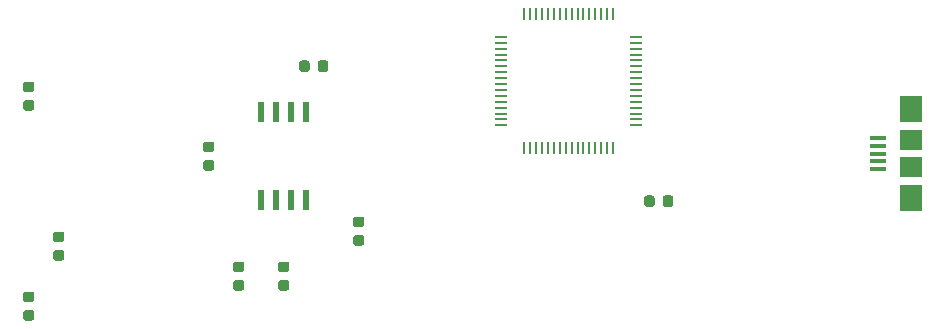
<source format=gtp>
G04 #@! TF.GenerationSoftware,KiCad,Pcbnew,(5.0.2)-1*
G04 #@! TF.CreationDate,2019-02-28T20:38:06-05:00*
G04 #@! TF.ProjectId,CEC01,43454330-312e-46b6-9963-61645f706362,v0.1*
G04 #@! TF.SameCoordinates,Original*
G04 #@! TF.FileFunction,Paste,Top*
G04 #@! TF.FilePolarity,Positive*
%FSLAX46Y46*%
G04 Gerber Fmt 4.6, Leading zero omitted, Abs format (unit mm)*
G04 Created by KiCad (PCBNEW (5.0.2)-1) date 2/28/2019 8:38:06 PM*
%MOMM*%
%LPD*%
G01*
G04 APERTURE LIST*
%ADD10C,0.100000*%
%ADD11C,0.875000*%
%ADD12R,1.400000X0.400000*%
%ADD13R,1.900000X2.300000*%
%ADD14R,1.900000X1.800000*%
%ADD15R,1.000000X0.250000*%
%ADD16R,0.250000X1.000000*%
%ADD17R,0.550000X1.750000*%
G04 APERTURE END LIST*
D10*
G04 #@! TO.C,C1*
G36*
X122197691Y-69896053D02*
X122218926Y-69899203D01*
X122239750Y-69904419D01*
X122259962Y-69911651D01*
X122279368Y-69920830D01*
X122297781Y-69931866D01*
X122315024Y-69944654D01*
X122330930Y-69959070D01*
X122345346Y-69974976D01*
X122358134Y-69992219D01*
X122369170Y-70010632D01*
X122378349Y-70030038D01*
X122385581Y-70050250D01*
X122390797Y-70071074D01*
X122393947Y-70092309D01*
X122395000Y-70113750D01*
X122395000Y-70551250D01*
X122393947Y-70572691D01*
X122390797Y-70593926D01*
X122385581Y-70614750D01*
X122378349Y-70634962D01*
X122369170Y-70654368D01*
X122358134Y-70672781D01*
X122345346Y-70690024D01*
X122330930Y-70705930D01*
X122315024Y-70720346D01*
X122297781Y-70733134D01*
X122279368Y-70744170D01*
X122259962Y-70753349D01*
X122239750Y-70760581D01*
X122218926Y-70765797D01*
X122197691Y-70768947D01*
X122176250Y-70770000D01*
X121663750Y-70770000D01*
X121642309Y-70768947D01*
X121621074Y-70765797D01*
X121600250Y-70760581D01*
X121580038Y-70753349D01*
X121560632Y-70744170D01*
X121542219Y-70733134D01*
X121524976Y-70720346D01*
X121509070Y-70705930D01*
X121494654Y-70690024D01*
X121481866Y-70672781D01*
X121470830Y-70654368D01*
X121461651Y-70634962D01*
X121454419Y-70614750D01*
X121449203Y-70593926D01*
X121446053Y-70572691D01*
X121445000Y-70551250D01*
X121445000Y-70113750D01*
X121446053Y-70092309D01*
X121449203Y-70071074D01*
X121454419Y-70050250D01*
X121461651Y-70030038D01*
X121470830Y-70010632D01*
X121481866Y-69992219D01*
X121494654Y-69974976D01*
X121509070Y-69959070D01*
X121524976Y-69944654D01*
X121542219Y-69931866D01*
X121560632Y-69920830D01*
X121580038Y-69911651D01*
X121600250Y-69904419D01*
X121621074Y-69899203D01*
X121642309Y-69896053D01*
X121663750Y-69895000D01*
X122176250Y-69895000D01*
X122197691Y-69896053D01*
X122197691Y-69896053D01*
G37*
D11*
X121920000Y-70332500D03*
D10*
G36*
X122197691Y-71471053D02*
X122218926Y-71474203D01*
X122239750Y-71479419D01*
X122259962Y-71486651D01*
X122279368Y-71495830D01*
X122297781Y-71506866D01*
X122315024Y-71519654D01*
X122330930Y-71534070D01*
X122345346Y-71549976D01*
X122358134Y-71567219D01*
X122369170Y-71585632D01*
X122378349Y-71605038D01*
X122385581Y-71625250D01*
X122390797Y-71646074D01*
X122393947Y-71667309D01*
X122395000Y-71688750D01*
X122395000Y-72126250D01*
X122393947Y-72147691D01*
X122390797Y-72168926D01*
X122385581Y-72189750D01*
X122378349Y-72209962D01*
X122369170Y-72229368D01*
X122358134Y-72247781D01*
X122345346Y-72265024D01*
X122330930Y-72280930D01*
X122315024Y-72295346D01*
X122297781Y-72308134D01*
X122279368Y-72319170D01*
X122259962Y-72328349D01*
X122239750Y-72335581D01*
X122218926Y-72340797D01*
X122197691Y-72343947D01*
X122176250Y-72345000D01*
X121663750Y-72345000D01*
X121642309Y-72343947D01*
X121621074Y-72340797D01*
X121600250Y-72335581D01*
X121580038Y-72328349D01*
X121560632Y-72319170D01*
X121542219Y-72308134D01*
X121524976Y-72295346D01*
X121509070Y-72280930D01*
X121494654Y-72265024D01*
X121481866Y-72247781D01*
X121470830Y-72229368D01*
X121461651Y-72209962D01*
X121454419Y-72189750D01*
X121449203Y-72168926D01*
X121446053Y-72147691D01*
X121445000Y-72126250D01*
X121445000Y-71688750D01*
X121446053Y-71667309D01*
X121449203Y-71646074D01*
X121454419Y-71625250D01*
X121461651Y-71605038D01*
X121470830Y-71585632D01*
X121481866Y-71567219D01*
X121494654Y-71549976D01*
X121509070Y-71534070D01*
X121524976Y-71519654D01*
X121542219Y-71506866D01*
X121560632Y-71495830D01*
X121580038Y-71486651D01*
X121600250Y-71479419D01*
X121621074Y-71474203D01*
X121642309Y-71471053D01*
X121663750Y-71470000D01*
X122176250Y-71470000D01*
X122197691Y-71471053D01*
X122197691Y-71471053D01*
G37*
D11*
X121920000Y-71907500D03*
G04 #@! TD*
D10*
G04 #@! TO.C,C2*
G36*
X128547691Y-81631053D02*
X128568926Y-81634203D01*
X128589750Y-81639419D01*
X128609962Y-81646651D01*
X128629368Y-81655830D01*
X128647781Y-81666866D01*
X128665024Y-81679654D01*
X128680930Y-81694070D01*
X128695346Y-81709976D01*
X128708134Y-81727219D01*
X128719170Y-81745632D01*
X128728349Y-81765038D01*
X128735581Y-81785250D01*
X128740797Y-81806074D01*
X128743947Y-81827309D01*
X128745000Y-81848750D01*
X128745000Y-82286250D01*
X128743947Y-82307691D01*
X128740797Y-82328926D01*
X128735581Y-82349750D01*
X128728349Y-82369962D01*
X128719170Y-82389368D01*
X128708134Y-82407781D01*
X128695346Y-82425024D01*
X128680930Y-82440930D01*
X128665024Y-82455346D01*
X128647781Y-82468134D01*
X128629368Y-82479170D01*
X128609962Y-82488349D01*
X128589750Y-82495581D01*
X128568926Y-82500797D01*
X128547691Y-82503947D01*
X128526250Y-82505000D01*
X128013750Y-82505000D01*
X127992309Y-82503947D01*
X127971074Y-82500797D01*
X127950250Y-82495581D01*
X127930038Y-82488349D01*
X127910632Y-82479170D01*
X127892219Y-82468134D01*
X127874976Y-82455346D01*
X127859070Y-82440930D01*
X127844654Y-82425024D01*
X127831866Y-82407781D01*
X127820830Y-82389368D01*
X127811651Y-82369962D01*
X127804419Y-82349750D01*
X127799203Y-82328926D01*
X127796053Y-82307691D01*
X127795000Y-82286250D01*
X127795000Y-81848750D01*
X127796053Y-81827309D01*
X127799203Y-81806074D01*
X127804419Y-81785250D01*
X127811651Y-81765038D01*
X127820830Y-81745632D01*
X127831866Y-81727219D01*
X127844654Y-81709976D01*
X127859070Y-81694070D01*
X127874976Y-81679654D01*
X127892219Y-81666866D01*
X127910632Y-81655830D01*
X127930038Y-81646651D01*
X127950250Y-81639419D01*
X127971074Y-81634203D01*
X127992309Y-81631053D01*
X128013750Y-81630000D01*
X128526250Y-81630000D01*
X128547691Y-81631053D01*
X128547691Y-81631053D01*
G37*
D11*
X128270000Y-82067500D03*
D10*
G36*
X128547691Y-80056053D02*
X128568926Y-80059203D01*
X128589750Y-80064419D01*
X128609962Y-80071651D01*
X128629368Y-80080830D01*
X128647781Y-80091866D01*
X128665024Y-80104654D01*
X128680930Y-80119070D01*
X128695346Y-80134976D01*
X128708134Y-80152219D01*
X128719170Y-80170632D01*
X128728349Y-80190038D01*
X128735581Y-80210250D01*
X128740797Y-80231074D01*
X128743947Y-80252309D01*
X128745000Y-80273750D01*
X128745000Y-80711250D01*
X128743947Y-80732691D01*
X128740797Y-80753926D01*
X128735581Y-80774750D01*
X128728349Y-80794962D01*
X128719170Y-80814368D01*
X128708134Y-80832781D01*
X128695346Y-80850024D01*
X128680930Y-80865930D01*
X128665024Y-80880346D01*
X128647781Y-80893134D01*
X128629368Y-80904170D01*
X128609962Y-80913349D01*
X128589750Y-80920581D01*
X128568926Y-80925797D01*
X128547691Y-80928947D01*
X128526250Y-80930000D01*
X128013750Y-80930000D01*
X127992309Y-80928947D01*
X127971074Y-80925797D01*
X127950250Y-80920581D01*
X127930038Y-80913349D01*
X127910632Y-80904170D01*
X127892219Y-80893134D01*
X127874976Y-80880346D01*
X127859070Y-80865930D01*
X127844654Y-80850024D01*
X127831866Y-80832781D01*
X127820830Y-80814368D01*
X127811651Y-80794962D01*
X127804419Y-80774750D01*
X127799203Y-80753926D01*
X127796053Y-80732691D01*
X127795000Y-80711250D01*
X127795000Y-80273750D01*
X127796053Y-80252309D01*
X127799203Y-80231074D01*
X127804419Y-80210250D01*
X127811651Y-80190038D01*
X127820830Y-80170632D01*
X127831866Y-80152219D01*
X127844654Y-80134976D01*
X127859070Y-80119070D01*
X127874976Y-80104654D01*
X127892219Y-80091866D01*
X127910632Y-80080830D01*
X127930038Y-80071651D01*
X127950250Y-80064419D01*
X127971074Y-80059203D01*
X127992309Y-80056053D01*
X128013750Y-80055000D01*
X128526250Y-80055000D01*
X128547691Y-80056053D01*
X128547691Y-80056053D01*
G37*
D11*
X128270000Y-80492500D03*
G04 #@! TD*
D10*
G04 #@! TO.C,C3*
G36*
X124737691Y-80056053D02*
X124758926Y-80059203D01*
X124779750Y-80064419D01*
X124799962Y-80071651D01*
X124819368Y-80080830D01*
X124837781Y-80091866D01*
X124855024Y-80104654D01*
X124870930Y-80119070D01*
X124885346Y-80134976D01*
X124898134Y-80152219D01*
X124909170Y-80170632D01*
X124918349Y-80190038D01*
X124925581Y-80210250D01*
X124930797Y-80231074D01*
X124933947Y-80252309D01*
X124935000Y-80273750D01*
X124935000Y-80711250D01*
X124933947Y-80732691D01*
X124930797Y-80753926D01*
X124925581Y-80774750D01*
X124918349Y-80794962D01*
X124909170Y-80814368D01*
X124898134Y-80832781D01*
X124885346Y-80850024D01*
X124870930Y-80865930D01*
X124855024Y-80880346D01*
X124837781Y-80893134D01*
X124819368Y-80904170D01*
X124799962Y-80913349D01*
X124779750Y-80920581D01*
X124758926Y-80925797D01*
X124737691Y-80928947D01*
X124716250Y-80930000D01*
X124203750Y-80930000D01*
X124182309Y-80928947D01*
X124161074Y-80925797D01*
X124140250Y-80920581D01*
X124120038Y-80913349D01*
X124100632Y-80904170D01*
X124082219Y-80893134D01*
X124064976Y-80880346D01*
X124049070Y-80865930D01*
X124034654Y-80850024D01*
X124021866Y-80832781D01*
X124010830Y-80814368D01*
X124001651Y-80794962D01*
X123994419Y-80774750D01*
X123989203Y-80753926D01*
X123986053Y-80732691D01*
X123985000Y-80711250D01*
X123985000Y-80273750D01*
X123986053Y-80252309D01*
X123989203Y-80231074D01*
X123994419Y-80210250D01*
X124001651Y-80190038D01*
X124010830Y-80170632D01*
X124021866Y-80152219D01*
X124034654Y-80134976D01*
X124049070Y-80119070D01*
X124064976Y-80104654D01*
X124082219Y-80091866D01*
X124100632Y-80080830D01*
X124120038Y-80071651D01*
X124140250Y-80064419D01*
X124161074Y-80059203D01*
X124182309Y-80056053D01*
X124203750Y-80055000D01*
X124716250Y-80055000D01*
X124737691Y-80056053D01*
X124737691Y-80056053D01*
G37*
D11*
X124460000Y-80492500D03*
D10*
G36*
X124737691Y-81631053D02*
X124758926Y-81634203D01*
X124779750Y-81639419D01*
X124799962Y-81646651D01*
X124819368Y-81655830D01*
X124837781Y-81666866D01*
X124855024Y-81679654D01*
X124870930Y-81694070D01*
X124885346Y-81709976D01*
X124898134Y-81727219D01*
X124909170Y-81745632D01*
X124918349Y-81765038D01*
X124925581Y-81785250D01*
X124930797Y-81806074D01*
X124933947Y-81827309D01*
X124935000Y-81848750D01*
X124935000Y-82286250D01*
X124933947Y-82307691D01*
X124930797Y-82328926D01*
X124925581Y-82349750D01*
X124918349Y-82369962D01*
X124909170Y-82389368D01*
X124898134Y-82407781D01*
X124885346Y-82425024D01*
X124870930Y-82440930D01*
X124855024Y-82455346D01*
X124837781Y-82468134D01*
X124819368Y-82479170D01*
X124799962Y-82488349D01*
X124779750Y-82495581D01*
X124758926Y-82500797D01*
X124737691Y-82503947D01*
X124716250Y-82505000D01*
X124203750Y-82505000D01*
X124182309Y-82503947D01*
X124161074Y-82500797D01*
X124140250Y-82495581D01*
X124120038Y-82488349D01*
X124100632Y-82479170D01*
X124082219Y-82468134D01*
X124064976Y-82455346D01*
X124049070Y-82440930D01*
X124034654Y-82425024D01*
X124021866Y-82407781D01*
X124010830Y-82389368D01*
X124001651Y-82369962D01*
X123994419Y-82349750D01*
X123989203Y-82328926D01*
X123986053Y-82307691D01*
X123985000Y-82286250D01*
X123985000Y-81848750D01*
X123986053Y-81827309D01*
X123989203Y-81806074D01*
X123994419Y-81785250D01*
X124001651Y-81765038D01*
X124010830Y-81745632D01*
X124021866Y-81727219D01*
X124034654Y-81709976D01*
X124049070Y-81694070D01*
X124064976Y-81679654D01*
X124082219Y-81666866D01*
X124100632Y-81655830D01*
X124120038Y-81646651D01*
X124140250Y-81639419D01*
X124161074Y-81634203D01*
X124182309Y-81631053D01*
X124203750Y-81630000D01*
X124716250Y-81630000D01*
X124737691Y-81631053D01*
X124737691Y-81631053D01*
G37*
D11*
X124460000Y-82067500D03*
G04 #@! TD*
D10*
G04 #@! TO.C,C4*
G36*
X131837691Y-63026053D02*
X131858926Y-63029203D01*
X131879750Y-63034419D01*
X131899962Y-63041651D01*
X131919368Y-63050830D01*
X131937781Y-63061866D01*
X131955024Y-63074654D01*
X131970930Y-63089070D01*
X131985346Y-63104976D01*
X131998134Y-63122219D01*
X132009170Y-63140632D01*
X132018349Y-63160038D01*
X132025581Y-63180250D01*
X132030797Y-63201074D01*
X132033947Y-63222309D01*
X132035000Y-63243750D01*
X132035000Y-63756250D01*
X132033947Y-63777691D01*
X132030797Y-63798926D01*
X132025581Y-63819750D01*
X132018349Y-63839962D01*
X132009170Y-63859368D01*
X131998134Y-63877781D01*
X131985346Y-63895024D01*
X131970930Y-63910930D01*
X131955024Y-63925346D01*
X131937781Y-63938134D01*
X131919368Y-63949170D01*
X131899962Y-63958349D01*
X131879750Y-63965581D01*
X131858926Y-63970797D01*
X131837691Y-63973947D01*
X131816250Y-63975000D01*
X131378750Y-63975000D01*
X131357309Y-63973947D01*
X131336074Y-63970797D01*
X131315250Y-63965581D01*
X131295038Y-63958349D01*
X131275632Y-63949170D01*
X131257219Y-63938134D01*
X131239976Y-63925346D01*
X131224070Y-63910930D01*
X131209654Y-63895024D01*
X131196866Y-63877781D01*
X131185830Y-63859368D01*
X131176651Y-63839962D01*
X131169419Y-63819750D01*
X131164203Y-63798926D01*
X131161053Y-63777691D01*
X131160000Y-63756250D01*
X131160000Y-63243750D01*
X131161053Y-63222309D01*
X131164203Y-63201074D01*
X131169419Y-63180250D01*
X131176651Y-63160038D01*
X131185830Y-63140632D01*
X131196866Y-63122219D01*
X131209654Y-63104976D01*
X131224070Y-63089070D01*
X131239976Y-63074654D01*
X131257219Y-63061866D01*
X131275632Y-63050830D01*
X131295038Y-63041651D01*
X131315250Y-63034419D01*
X131336074Y-63029203D01*
X131357309Y-63026053D01*
X131378750Y-63025000D01*
X131816250Y-63025000D01*
X131837691Y-63026053D01*
X131837691Y-63026053D01*
G37*
D11*
X131597500Y-63500000D03*
D10*
G36*
X130262691Y-63026053D02*
X130283926Y-63029203D01*
X130304750Y-63034419D01*
X130324962Y-63041651D01*
X130344368Y-63050830D01*
X130362781Y-63061866D01*
X130380024Y-63074654D01*
X130395930Y-63089070D01*
X130410346Y-63104976D01*
X130423134Y-63122219D01*
X130434170Y-63140632D01*
X130443349Y-63160038D01*
X130450581Y-63180250D01*
X130455797Y-63201074D01*
X130458947Y-63222309D01*
X130460000Y-63243750D01*
X130460000Y-63756250D01*
X130458947Y-63777691D01*
X130455797Y-63798926D01*
X130450581Y-63819750D01*
X130443349Y-63839962D01*
X130434170Y-63859368D01*
X130423134Y-63877781D01*
X130410346Y-63895024D01*
X130395930Y-63910930D01*
X130380024Y-63925346D01*
X130362781Y-63938134D01*
X130344368Y-63949170D01*
X130324962Y-63958349D01*
X130304750Y-63965581D01*
X130283926Y-63970797D01*
X130262691Y-63973947D01*
X130241250Y-63975000D01*
X129803750Y-63975000D01*
X129782309Y-63973947D01*
X129761074Y-63970797D01*
X129740250Y-63965581D01*
X129720038Y-63958349D01*
X129700632Y-63949170D01*
X129682219Y-63938134D01*
X129664976Y-63925346D01*
X129649070Y-63910930D01*
X129634654Y-63895024D01*
X129621866Y-63877781D01*
X129610830Y-63859368D01*
X129601651Y-63839962D01*
X129594419Y-63819750D01*
X129589203Y-63798926D01*
X129586053Y-63777691D01*
X129585000Y-63756250D01*
X129585000Y-63243750D01*
X129586053Y-63222309D01*
X129589203Y-63201074D01*
X129594419Y-63180250D01*
X129601651Y-63160038D01*
X129610830Y-63140632D01*
X129621866Y-63122219D01*
X129634654Y-63104976D01*
X129649070Y-63089070D01*
X129664976Y-63074654D01*
X129682219Y-63061866D01*
X129700632Y-63050830D01*
X129720038Y-63041651D01*
X129740250Y-63034419D01*
X129761074Y-63029203D01*
X129782309Y-63026053D01*
X129803750Y-63025000D01*
X130241250Y-63025000D01*
X130262691Y-63026053D01*
X130262691Y-63026053D01*
G37*
D11*
X130022500Y-63500000D03*
G04 #@! TD*
D10*
G04 #@! TO.C,C5*
G36*
X161047691Y-74456053D02*
X161068926Y-74459203D01*
X161089750Y-74464419D01*
X161109962Y-74471651D01*
X161129368Y-74480830D01*
X161147781Y-74491866D01*
X161165024Y-74504654D01*
X161180930Y-74519070D01*
X161195346Y-74534976D01*
X161208134Y-74552219D01*
X161219170Y-74570632D01*
X161228349Y-74590038D01*
X161235581Y-74610250D01*
X161240797Y-74631074D01*
X161243947Y-74652309D01*
X161245000Y-74673750D01*
X161245000Y-75186250D01*
X161243947Y-75207691D01*
X161240797Y-75228926D01*
X161235581Y-75249750D01*
X161228349Y-75269962D01*
X161219170Y-75289368D01*
X161208134Y-75307781D01*
X161195346Y-75325024D01*
X161180930Y-75340930D01*
X161165024Y-75355346D01*
X161147781Y-75368134D01*
X161129368Y-75379170D01*
X161109962Y-75388349D01*
X161089750Y-75395581D01*
X161068926Y-75400797D01*
X161047691Y-75403947D01*
X161026250Y-75405000D01*
X160588750Y-75405000D01*
X160567309Y-75403947D01*
X160546074Y-75400797D01*
X160525250Y-75395581D01*
X160505038Y-75388349D01*
X160485632Y-75379170D01*
X160467219Y-75368134D01*
X160449976Y-75355346D01*
X160434070Y-75340930D01*
X160419654Y-75325024D01*
X160406866Y-75307781D01*
X160395830Y-75289368D01*
X160386651Y-75269962D01*
X160379419Y-75249750D01*
X160374203Y-75228926D01*
X160371053Y-75207691D01*
X160370000Y-75186250D01*
X160370000Y-74673750D01*
X160371053Y-74652309D01*
X160374203Y-74631074D01*
X160379419Y-74610250D01*
X160386651Y-74590038D01*
X160395830Y-74570632D01*
X160406866Y-74552219D01*
X160419654Y-74534976D01*
X160434070Y-74519070D01*
X160449976Y-74504654D01*
X160467219Y-74491866D01*
X160485632Y-74480830D01*
X160505038Y-74471651D01*
X160525250Y-74464419D01*
X160546074Y-74459203D01*
X160567309Y-74456053D01*
X160588750Y-74455000D01*
X161026250Y-74455000D01*
X161047691Y-74456053D01*
X161047691Y-74456053D01*
G37*
D11*
X160807500Y-74930000D03*
D10*
G36*
X159472691Y-74456053D02*
X159493926Y-74459203D01*
X159514750Y-74464419D01*
X159534962Y-74471651D01*
X159554368Y-74480830D01*
X159572781Y-74491866D01*
X159590024Y-74504654D01*
X159605930Y-74519070D01*
X159620346Y-74534976D01*
X159633134Y-74552219D01*
X159644170Y-74570632D01*
X159653349Y-74590038D01*
X159660581Y-74610250D01*
X159665797Y-74631074D01*
X159668947Y-74652309D01*
X159670000Y-74673750D01*
X159670000Y-75186250D01*
X159668947Y-75207691D01*
X159665797Y-75228926D01*
X159660581Y-75249750D01*
X159653349Y-75269962D01*
X159644170Y-75289368D01*
X159633134Y-75307781D01*
X159620346Y-75325024D01*
X159605930Y-75340930D01*
X159590024Y-75355346D01*
X159572781Y-75368134D01*
X159554368Y-75379170D01*
X159534962Y-75388349D01*
X159514750Y-75395581D01*
X159493926Y-75400797D01*
X159472691Y-75403947D01*
X159451250Y-75405000D01*
X159013750Y-75405000D01*
X158992309Y-75403947D01*
X158971074Y-75400797D01*
X158950250Y-75395581D01*
X158930038Y-75388349D01*
X158910632Y-75379170D01*
X158892219Y-75368134D01*
X158874976Y-75355346D01*
X158859070Y-75340930D01*
X158844654Y-75325024D01*
X158831866Y-75307781D01*
X158820830Y-75289368D01*
X158811651Y-75269962D01*
X158804419Y-75249750D01*
X158799203Y-75228926D01*
X158796053Y-75207691D01*
X158795000Y-75186250D01*
X158795000Y-74673750D01*
X158796053Y-74652309D01*
X158799203Y-74631074D01*
X158804419Y-74610250D01*
X158811651Y-74590038D01*
X158820830Y-74570632D01*
X158831866Y-74552219D01*
X158844654Y-74534976D01*
X158859070Y-74519070D01*
X158874976Y-74504654D01*
X158892219Y-74491866D01*
X158910632Y-74480830D01*
X158930038Y-74471651D01*
X158950250Y-74464419D01*
X158971074Y-74459203D01*
X158992309Y-74456053D01*
X159013750Y-74455000D01*
X159451250Y-74455000D01*
X159472691Y-74456053D01*
X159472691Y-74456053D01*
G37*
D11*
X159232500Y-74930000D03*
G04 #@! TD*
D10*
G04 #@! TO.C,C6*
G36*
X134897691Y-76246053D02*
X134918926Y-76249203D01*
X134939750Y-76254419D01*
X134959962Y-76261651D01*
X134979368Y-76270830D01*
X134997781Y-76281866D01*
X135015024Y-76294654D01*
X135030930Y-76309070D01*
X135045346Y-76324976D01*
X135058134Y-76342219D01*
X135069170Y-76360632D01*
X135078349Y-76380038D01*
X135085581Y-76400250D01*
X135090797Y-76421074D01*
X135093947Y-76442309D01*
X135095000Y-76463750D01*
X135095000Y-76901250D01*
X135093947Y-76922691D01*
X135090797Y-76943926D01*
X135085581Y-76964750D01*
X135078349Y-76984962D01*
X135069170Y-77004368D01*
X135058134Y-77022781D01*
X135045346Y-77040024D01*
X135030930Y-77055930D01*
X135015024Y-77070346D01*
X134997781Y-77083134D01*
X134979368Y-77094170D01*
X134959962Y-77103349D01*
X134939750Y-77110581D01*
X134918926Y-77115797D01*
X134897691Y-77118947D01*
X134876250Y-77120000D01*
X134363750Y-77120000D01*
X134342309Y-77118947D01*
X134321074Y-77115797D01*
X134300250Y-77110581D01*
X134280038Y-77103349D01*
X134260632Y-77094170D01*
X134242219Y-77083134D01*
X134224976Y-77070346D01*
X134209070Y-77055930D01*
X134194654Y-77040024D01*
X134181866Y-77022781D01*
X134170830Y-77004368D01*
X134161651Y-76984962D01*
X134154419Y-76964750D01*
X134149203Y-76943926D01*
X134146053Y-76922691D01*
X134145000Y-76901250D01*
X134145000Y-76463750D01*
X134146053Y-76442309D01*
X134149203Y-76421074D01*
X134154419Y-76400250D01*
X134161651Y-76380038D01*
X134170830Y-76360632D01*
X134181866Y-76342219D01*
X134194654Y-76324976D01*
X134209070Y-76309070D01*
X134224976Y-76294654D01*
X134242219Y-76281866D01*
X134260632Y-76270830D01*
X134280038Y-76261651D01*
X134300250Y-76254419D01*
X134321074Y-76249203D01*
X134342309Y-76246053D01*
X134363750Y-76245000D01*
X134876250Y-76245000D01*
X134897691Y-76246053D01*
X134897691Y-76246053D01*
G37*
D11*
X134620000Y-76682500D03*
D10*
G36*
X134897691Y-77821053D02*
X134918926Y-77824203D01*
X134939750Y-77829419D01*
X134959962Y-77836651D01*
X134979368Y-77845830D01*
X134997781Y-77856866D01*
X135015024Y-77869654D01*
X135030930Y-77884070D01*
X135045346Y-77899976D01*
X135058134Y-77917219D01*
X135069170Y-77935632D01*
X135078349Y-77955038D01*
X135085581Y-77975250D01*
X135090797Y-77996074D01*
X135093947Y-78017309D01*
X135095000Y-78038750D01*
X135095000Y-78476250D01*
X135093947Y-78497691D01*
X135090797Y-78518926D01*
X135085581Y-78539750D01*
X135078349Y-78559962D01*
X135069170Y-78579368D01*
X135058134Y-78597781D01*
X135045346Y-78615024D01*
X135030930Y-78630930D01*
X135015024Y-78645346D01*
X134997781Y-78658134D01*
X134979368Y-78669170D01*
X134959962Y-78678349D01*
X134939750Y-78685581D01*
X134918926Y-78690797D01*
X134897691Y-78693947D01*
X134876250Y-78695000D01*
X134363750Y-78695000D01*
X134342309Y-78693947D01*
X134321074Y-78690797D01*
X134300250Y-78685581D01*
X134280038Y-78678349D01*
X134260632Y-78669170D01*
X134242219Y-78658134D01*
X134224976Y-78645346D01*
X134209070Y-78630930D01*
X134194654Y-78615024D01*
X134181866Y-78597781D01*
X134170830Y-78579368D01*
X134161651Y-78559962D01*
X134154419Y-78539750D01*
X134149203Y-78518926D01*
X134146053Y-78497691D01*
X134145000Y-78476250D01*
X134145000Y-78038750D01*
X134146053Y-78017309D01*
X134149203Y-77996074D01*
X134154419Y-77975250D01*
X134161651Y-77955038D01*
X134170830Y-77935632D01*
X134181866Y-77917219D01*
X134194654Y-77899976D01*
X134209070Y-77884070D01*
X134224976Y-77869654D01*
X134242219Y-77856866D01*
X134260632Y-77845830D01*
X134280038Y-77836651D01*
X134300250Y-77829419D01*
X134321074Y-77824203D01*
X134342309Y-77821053D01*
X134363750Y-77820000D01*
X134876250Y-77820000D01*
X134897691Y-77821053D01*
X134897691Y-77821053D01*
G37*
D11*
X134620000Y-78257500D03*
G04 #@! TD*
D12*
G04 #@! TO.C,J1*
X178550000Y-72200000D03*
X178550000Y-71550000D03*
X178550000Y-70900000D03*
X178550000Y-70250000D03*
X178550000Y-69600000D03*
D13*
X181400000Y-74650000D03*
X181400000Y-67150000D03*
D14*
X181400000Y-72050000D03*
X181400000Y-69750000D03*
G04 #@! TD*
D10*
G04 #@! TO.C,R1*
G36*
X106957691Y-64816053D02*
X106978926Y-64819203D01*
X106999750Y-64824419D01*
X107019962Y-64831651D01*
X107039368Y-64840830D01*
X107057781Y-64851866D01*
X107075024Y-64864654D01*
X107090930Y-64879070D01*
X107105346Y-64894976D01*
X107118134Y-64912219D01*
X107129170Y-64930632D01*
X107138349Y-64950038D01*
X107145581Y-64970250D01*
X107150797Y-64991074D01*
X107153947Y-65012309D01*
X107155000Y-65033750D01*
X107155000Y-65471250D01*
X107153947Y-65492691D01*
X107150797Y-65513926D01*
X107145581Y-65534750D01*
X107138349Y-65554962D01*
X107129170Y-65574368D01*
X107118134Y-65592781D01*
X107105346Y-65610024D01*
X107090930Y-65625930D01*
X107075024Y-65640346D01*
X107057781Y-65653134D01*
X107039368Y-65664170D01*
X107019962Y-65673349D01*
X106999750Y-65680581D01*
X106978926Y-65685797D01*
X106957691Y-65688947D01*
X106936250Y-65690000D01*
X106423750Y-65690000D01*
X106402309Y-65688947D01*
X106381074Y-65685797D01*
X106360250Y-65680581D01*
X106340038Y-65673349D01*
X106320632Y-65664170D01*
X106302219Y-65653134D01*
X106284976Y-65640346D01*
X106269070Y-65625930D01*
X106254654Y-65610024D01*
X106241866Y-65592781D01*
X106230830Y-65574368D01*
X106221651Y-65554962D01*
X106214419Y-65534750D01*
X106209203Y-65513926D01*
X106206053Y-65492691D01*
X106205000Y-65471250D01*
X106205000Y-65033750D01*
X106206053Y-65012309D01*
X106209203Y-64991074D01*
X106214419Y-64970250D01*
X106221651Y-64950038D01*
X106230830Y-64930632D01*
X106241866Y-64912219D01*
X106254654Y-64894976D01*
X106269070Y-64879070D01*
X106284976Y-64864654D01*
X106302219Y-64851866D01*
X106320632Y-64840830D01*
X106340038Y-64831651D01*
X106360250Y-64824419D01*
X106381074Y-64819203D01*
X106402309Y-64816053D01*
X106423750Y-64815000D01*
X106936250Y-64815000D01*
X106957691Y-64816053D01*
X106957691Y-64816053D01*
G37*
D11*
X106680000Y-65252500D03*
D10*
G36*
X106957691Y-66391053D02*
X106978926Y-66394203D01*
X106999750Y-66399419D01*
X107019962Y-66406651D01*
X107039368Y-66415830D01*
X107057781Y-66426866D01*
X107075024Y-66439654D01*
X107090930Y-66454070D01*
X107105346Y-66469976D01*
X107118134Y-66487219D01*
X107129170Y-66505632D01*
X107138349Y-66525038D01*
X107145581Y-66545250D01*
X107150797Y-66566074D01*
X107153947Y-66587309D01*
X107155000Y-66608750D01*
X107155000Y-67046250D01*
X107153947Y-67067691D01*
X107150797Y-67088926D01*
X107145581Y-67109750D01*
X107138349Y-67129962D01*
X107129170Y-67149368D01*
X107118134Y-67167781D01*
X107105346Y-67185024D01*
X107090930Y-67200930D01*
X107075024Y-67215346D01*
X107057781Y-67228134D01*
X107039368Y-67239170D01*
X107019962Y-67248349D01*
X106999750Y-67255581D01*
X106978926Y-67260797D01*
X106957691Y-67263947D01*
X106936250Y-67265000D01*
X106423750Y-67265000D01*
X106402309Y-67263947D01*
X106381074Y-67260797D01*
X106360250Y-67255581D01*
X106340038Y-67248349D01*
X106320632Y-67239170D01*
X106302219Y-67228134D01*
X106284976Y-67215346D01*
X106269070Y-67200930D01*
X106254654Y-67185024D01*
X106241866Y-67167781D01*
X106230830Y-67149368D01*
X106221651Y-67129962D01*
X106214419Y-67109750D01*
X106209203Y-67088926D01*
X106206053Y-67067691D01*
X106205000Y-67046250D01*
X106205000Y-66608750D01*
X106206053Y-66587309D01*
X106209203Y-66566074D01*
X106214419Y-66545250D01*
X106221651Y-66525038D01*
X106230830Y-66505632D01*
X106241866Y-66487219D01*
X106254654Y-66469976D01*
X106269070Y-66454070D01*
X106284976Y-66439654D01*
X106302219Y-66426866D01*
X106320632Y-66415830D01*
X106340038Y-66406651D01*
X106360250Y-66399419D01*
X106381074Y-66394203D01*
X106402309Y-66391053D01*
X106423750Y-66390000D01*
X106936250Y-66390000D01*
X106957691Y-66391053D01*
X106957691Y-66391053D01*
G37*
D11*
X106680000Y-66827500D03*
G04 #@! TD*
D10*
G04 #@! TO.C,R2*
G36*
X109497691Y-77516053D02*
X109518926Y-77519203D01*
X109539750Y-77524419D01*
X109559962Y-77531651D01*
X109579368Y-77540830D01*
X109597781Y-77551866D01*
X109615024Y-77564654D01*
X109630930Y-77579070D01*
X109645346Y-77594976D01*
X109658134Y-77612219D01*
X109669170Y-77630632D01*
X109678349Y-77650038D01*
X109685581Y-77670250D01*
X109690797Y-77691074D01*
X109693947Y-77712309D01*
X109695000Y-77733750D01*
X109695000Y-78171250D01*
X109693947Y-78192691D01*
X109690797Y-78213926D01*
X109685581Y-78234750D01*
X109678349Y-78254962D01*
X109669170Y-78274368D01*
X109658134Y-78292781D01*
X109645346Y-78310024D01*
X109630930Y-78325930D01*
X109615024Y-78340346D01*
X109597781Y-78353134D01*
X109579368Y-78364170D01*
X109559962Y-78373349D01*
X109539750Y-78380581D01*
X109518926Y-78385797D01*
X109497691Y-78388947D01*
X109476250Y-78390000D01*
X108963750Y-78390000D01*
X108942309Y-78388947D01*
X108921074Y-78385797D01*
X108900250Y-78380581D01*
X108880038Y-78373349D01*
X108860632Y-78364170D01*
X108842219Y-78353134D01*
X108824976Y-78340346D01*
X108809070Y-78325930D01*
X108794654Y-78310024D01*
X108781866Y-78292781D01*
X108770830Y-78274368D01*
X108761651Y-78254962D01*
X108754419Y-78234750D01*
X108749203Y-78213926D01*
X108746053Y-78192691D01*
X108745000Y-78171250D01*
X108745000Y-77733750D01*
X108746053Y-77712309D01*
X108749203Y-77691074D01*
X108754419Y-77670250D01*
X108761651Y-77650038D01*
X108770830Y-77630632D01*
X108781866Y-77612219D01*
X108794654Y-77594976D01*
X108809070Y-77579070D01*
X108824976Y-77564654D01*
X108842219Y-77551866D01*
X108860632Y-77540830D01*
X108880038Y-77531651D01*
X108900250Y-77524419D01*
X108921074Y-77519203D01*
X108942309Y-77516053D01*
X108963750Y-77515000D01*
X109476250Y-77515000D01*
X109497691Y-77516053D01*
X109497691Y-77516053D01*
G37*
D11*
X109220000Y-77952500D03*
D10*
G36*
X109497691Y-79091053D02*
X109518926Y-79094203D01*
X109539750Y-79099419D01*
X109559962Y-79106651D01*
X109579368Y-79115830D01*
X109597781Y-79126866D01*
X109615024Y-79139654D01*
X109630930Y-79154070D01*
X109645346Y-79169976D01*
X109658134Y-79187219D01*
X109669170Y-79205632D01*
X109678349Y-79225038D01*
X109685581Y-79245250D01*
X109690797Y-79266074D01*
X109693947Y-79287309D01*
X109695000Y-79308750D01*
X109695000Y-79746250D01*
X109693947Y-79767691D01*
X109690797Y-79788926D01*
X109685581Y-79809750D01*
X109678349Y-79829962D01*
X109669170Y-79849368D01*
X109658134Y-79867781D01*
X109645346Y-79885024D01*
X109630930Y-79900930D01*
X109615024Y-79915346D01*
X109597781Y-79928134D01*
X109579368Y-79939170D01*
X109559962Y-79948349D01*
X109539750Y-79955581D01*
X109518926Y-79960797D01*
X109497691Y-79963947D01*
X109476250Y-79965000D01*
X108963750Y-79965000D01*
X108942309Y-79963947D01*
X108921074Y-79960797D01*
X108900250Y-79955581D01*
X108880038Y-79948349D01*
X108860632Y-79939170D01*
X108842219Y-79928134D01*
X108824976Y-79915346D01*
X108809070Y-79900930D01*
X108794654Y-79885024D01*
X108781866Y-79867781D01*
X108770830Y-79849368D01*
X108761651Y-79829962D01*
X108754419Y-79809750D01*
X108749203Y-79788926D01*
X108746053Y-79767691D01*
X108745000Y-79746250D01*
X108745000Y-79308750D01*
X108746053Y-79287309D01*
X108749203Y-79266074D01*
X108754419Y-79245250D01*
X108761651Y-79225038D01*
X108770830Y-79205632D01*
X108781866Y-79187219D01*
X108794654Y-79169976D01*
X108809070Y-79154070D01*
X108824976Y-79139654D01*
X108842219Y-79126866D01*
X108860632Y-79115830D01*
X108880038Y-79106651D01*
X108900250Y-79099419D01*
X108921074Y-79094203D01*
X108942309Y-79091053D01*
X108963750Y-79090000D01*
X109476250Y-79090000D01*
X109497691Y-79091053D01*
X109497691Y-79091053D01*
G37*
D11*
X109220000Y-79527500D03*
G04 #@! TD*
D10*
G04 #@! TO.C,R3*
G36*
X106957691Y-84171053D02*
X106978926Y-84174203D01*
X106999750Y-84179419D01*
X107019962Y-84186651D01*
X107039368Y-84195830D01*
X107057781Y-84206866D01*
X107075024Y-84219654D01*
X107090930Y-84234070D01*
X107105346Y-84249976D01*
X107118134Y-84267219D01*
X107129170Y-84285632D01*
X107138349Y-84305038D01*
X107145581Y-84325250D01*
X107150797Y-84346074D01*
X107153947Y-84367309D01*
X107155000Y-84388750D01*
X107155000Y-84826250D01*
X107153947Y-84847691D01*
X107150797Y-84868926D01*
X107145581Y-84889750D01*
X107138349Y-84909962D01*
X107129170Y-84929368D01*
X107118134Y-84947781D01*
X107105346Y-84965024D01*
X107090930Y-84980930D01*
X107075024Y-84995346D01*
X107057781Y-85008134D01*
X107039368Y-85019170D01*
X107019962Y-85028349D01*
X106999750Y-85035581D01*
X106978926Y-85040797D01*
X106957691Y-85043947D01*
X106936250Y-85045000D01*
X106423750Y-85045000D01*
X106402309Y-85043947D01*
X106381074Y-85040797D01*
X106360250Y-85035581D01*
X106340038Y-85028349D01*
X106320632Y-85019170D01*
X106302219Y-85008134D01*
X106284976Y-84995346D01*
X106269070Y-84980930D01*
X106254654Y-84965024D01*
X106241866Y-84947781D01*
X106230830Y-84929368D01*
X106221651Y-84909962D01*
X106214419Y-84889750D01*
X106209203Y-84868926D01*
X106206053Y-84847691D01*
X106205000Y-84826250D01*
X106205000Y-84388750D01*
X106206053Y-84367309D01*
X106209203Y-84346074D01*
X106214419Y-84325250D01*
X106221651Y-84305038D01*
X106230830Y-84285632D01*
X106241866Y-84267219D01*
X106254654Y-84249976D01*
X106269070Y-84234070D01*
X106284976Y-84219654D01*
X106302219Y-84206866D01*
X106320632Y-84195830D01*
X106340038Y-84186651D01*
X106360250Y-84179419D01*
X106381074Y-84174203D01*
X106402309Y-84171053D01*
X106423750Y-84170000D01*
X106936250Y-84170000D01*
X106957691Y-84171053D01*
X106957691Y-84171053D01*
G37*
D11*
X106680000Y-84607500D03*
D10*
G36*
X106957691Y-82596053D02*
X106978926Y-82599203D01*
X106999750Y-82604419D01*
X107019962Y-82611651D01*
X107039368Y-82620830D01*
X107057781Y-82631866D01*
X107075024Y-82644654D01*
X107090930Y-82659070D01*
X107105346Y-82674976D01*
X107118134Y-82692219D01*
X107129170Y-82710632D01*
X107138349Y-82730038D01*
X107145581Y-82750250D01*
X107150797Y-82771074D01*
X107153947Y-82792309D01*
X107155000Y-82813750D01*
X107155000Y-83251250D01*
X107153947Y-83272691D01*
X107150797Y-83293926D01*
X107145581Y-83314750D01*
X107138349Y-83334962D01*
X107129170Y-83354368D01*
X107118134Y-83372781D01*
X107105346Y-83390024D01*
X107090930Y-83405930D01*
X107075024Y-83420346D01*
X107057781Y-83433134D01*
X107039368Y-83444170D01*
X107019962Y-83453349D01*
X106999750Y-83460581D01*
X106978926Y-83465797D01*
X106957691Y-83468947D01*
X106936250Y-83470000D01*
X106423750Y-83470000D01*
X106402309Y-83468947D01*
X106381074Y-83465797D01*
X106360250Y-83460581D01*
X106340038Y-83453349D01*
X106320632Y-83444170D01*
X106302219Y-83433134D01*
X106284976Y-83420346D01*
X106269070Y-83405930D01*
X106254654Y-83390024D01*
X106241866Y-83372781D01*
X106230830Y-83354368D01*
X106221651Y-83334962D01*
X106214419Y-83314750D01*
X106209203Y-83293926D01*
X106206053Y-83272691D01*
X106205000Y-83251250D01*
X106205000Y-82813750D01*
X106206053Y-82792309D01*
X106209203Y-82771074D01*
X106214419Y-82750250D01*
X106221651Y-82730038D01*
X106230830Y-82710632D01*
X106241866Y-82692219D01*
X106254654Y-82674976D01*
X106269070Y-82659070D01*
X106284976Y-82644654D01*
X106302219Y-82631866D01*
X106320632Y-82620830D01*
X106340038Y-82611651D01*
X106360250Y-82604419D01*
X106381074Y-82599203D01*
X106402309Y-82596053D01*
X106423750Y-82595000D01*
X106936250Y-82595000D01*
X106957691Y-82596053D01*
X106957691Y-82596053D01*
G37*
D11*
X106680000Y-83032500D03*
G04 #@! TD*
D15*
G04 #@! TO.C,U1*
X158100000Y-68520000D03*
X158100000Y-68020000D03*
X158100000Y-67520000D03*
X158100000Y-67020000D03*
X158100000Y-66520000D03*
X158100000Y-66020000D03*
X158100000Y-65520000D03*
X158100000Y-65020000D03*
X158100000Y-64520000D03*
X158100000Y-64020000D03*
X158100000Y-63520000D03*
X158100000Y-63020000D03*
X158100000Y-62520000D03*
X158100000Y-62020000D03*
X158100000Y-61520000D03*
X158100000Y-61020000D03*
D16*
X156150000Y-59070000D03*
X155650000Y-59070000D03*
X155150000Y-59070000D03*
X154650000Y-59070000D03*
X154150000Y-59070000D03*
X153650000Y-59070000D03*
X153150000Y-59070000D03*
X152650000Y-59070000D03*
X152150000Y-59070000D03*
X151650000Y-59070000D03*
X151150000Y-59070000D03*
X150650000Y-59070000D03*
X150150000Y-59070000D03*
X149650000Y-59070000D03*
X149150000Y-59070000D03*
X148650000Y-59070000D03*
D15*
X146700000Y-61020000D03*
X146700000Y-61520000D03*
X146700000Y-62020000D03*
X146700000Y-62520000D03*
X146700000Y-63020000D03*
X146700000Y-63520000D03*
X146700000Y-64020000D03*
X146700000Y-64520000D03*
X146700000Y-65020000D03*
X146700000Y-65520000D03*
X146700000Y-66020000D03*
X146700000Y-66520000D03*
X146700000Y-67020000D03*
X146700000Y-67520000D03*
X146700000Y-68020000D03*
X146700000Y-68520000D03*
D16*
X148650000Y-70470000D03*
X149150000Y-70470000D03*
X149650000Y-70470000D03*
X150150000Y-70470000D03*
X150650000Y-70470000D03*
X151150000Y-70470000D03*
X151650000Y-70470000D03*
X152150000Y-70470000D03*
X152650000Y-70470000D03*
X153150000Y-70470000D03*
X153650000Y-70470000D03*
X154150000Y-70470000D03*
X154650000Y-70470000D03*
X155150000Y-70470000D03*
X155650000Y-70470000D03*
X156150000Y-70470000D03*
G04 #@! TD*
D17*
G04 #@! TO.C,U2*
X126365000Y-74820000D03*
X127635000Y-74820000D03*
X128905000Y-74820000D03*
X130175000Y-74820000D03*
X130175000Y-67420000D03*
X128905000Y-67420000D03*
X127635000Y-67420000D03*
X126365000Y-67420000D03*
G04 #@! TD*
M02*

</source>
